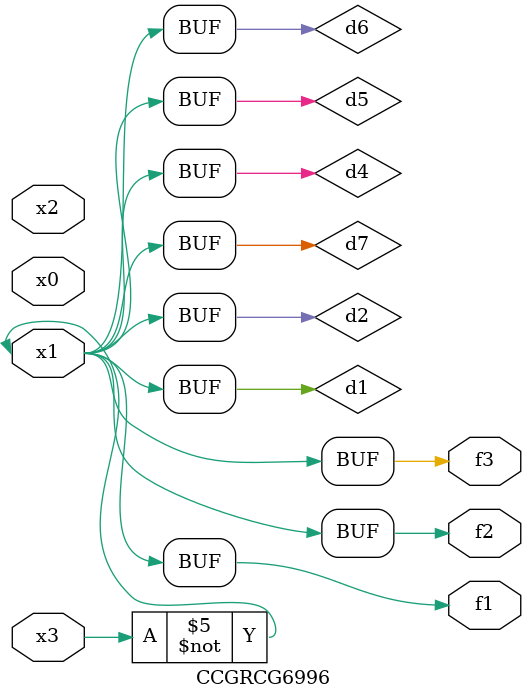
<source format=v>
module CCGRCG6996(
	input x0, x1, x2, x3,
	output f1, f2, f3
);

	wire d1, d2, d3, d4, d5, d6, d7;

	not (d1, x3);
	buf (d2, x1);
	xnor (d3, d1, d2);
	nor (d4, d1);
	buf (d5, d1, d2);
	buf (d6, d4, d5);
	nand (d7, d4);
	assign f1 = d6;
	assign f2 = d7;
	assign f3 = d6;
endmodule

</source>
